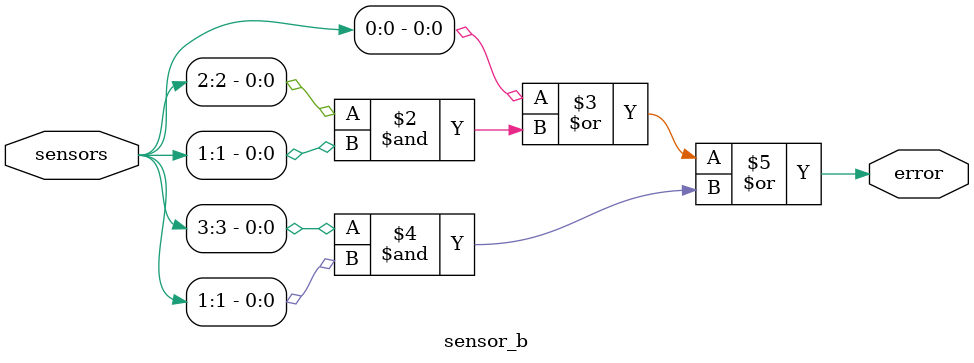
<source format=sv>
module sensor_b
(
    input logic [3:0] sensors,
    output logic error
);

    always @(sensors) begin
        error = sensors[0] | (sensors[2] & sensors[1]) | (sensors[3] & sensors[1]);
    end

endmodule
</source>
